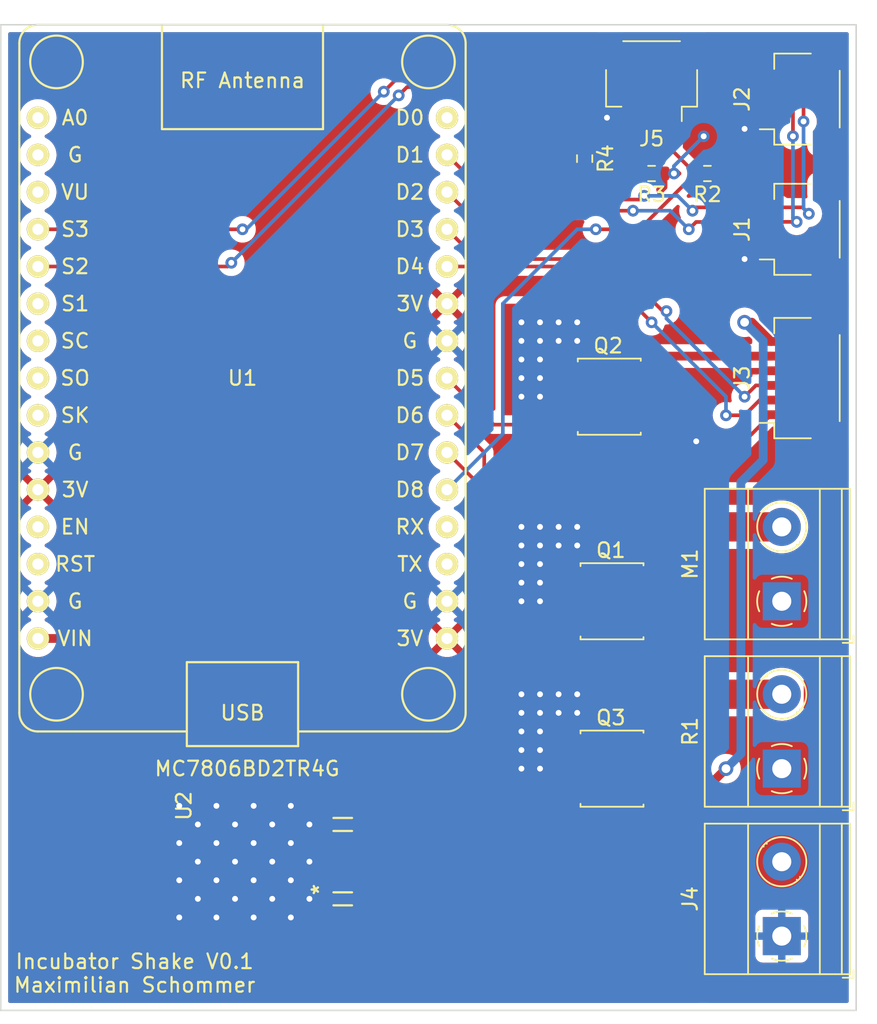
<source format=kicad_pcb>
(kicad_pcb (version 20210424) (generator pcbnew)
  (layers (0 "F.Cu" signal) (31 "B.Cu" signal) (34 "B.Paste" user) (35 "F.Paste" user) (36 "B.SilkS" user "B.Silkscreen") (37 "F.SilkS" user "F.Silkscreen") (38 "B.Mask" user) (39 "F.Mask" user) (44 "Edge.Cuts" user))
  (net 0 "")
  (net 1 "/SCL")
  (net 2 "/SDA")
  (net 3 "+3V3")
  (net 4 "GND")
  (net 5 "+6V")
  (net 6 "/BTN")
  (net 7 "/ENC_1")
  (net 8 "/ENC_2")
  (net 9 "+12V")
  (net 10 "Net-(M1-Pad2)")
  (net 11 "/F_CTRL")
  (net 12 "/M_CTRL")
  (net 13 "/H_CTRL")
  (net 14 "Net-(Q3-Pad5)")
  (net 18 "/BTN_ENC_2")
  (net 19 "/BTN_ENC_1")
  (net 29 "Net-(J3-Pad5)")
  (footprint "Package_TO_SOT_SMD:LFPAK56" (layer "F.Cu") (at 149.675 99.06)
    (fp_text reference "Q2" (at -0.245 -3.48) (layer "F.SilkS"))
    (fp_text value "PSMN6R0-25YLB,115")
    (fp_line (start -2.315 2.6) (end 1.985 2.6) (layer "F.SilkS") (width 0.12))
    (fp_line (start 1.985 -2.45) (end 1.985 -2.6) (layer "F.SilkS") (width 0.12))
    (fp_line (start -2.315 -2.6) (end -2.315 -2.4) (layer "F.SilkS") (width 0.12))
    (fp_line (start -2.315 2.4) (end -2.315 2.6) (layer "F.SilkS") (width 0.12))
    (fp_line (start 1.985 2.6) (end 1.985 2.45) (layer "F.SilkS") (width 0.12))
    (fp_line (start 1.985 -2.6) (end -2.315 -2.6) (layer "F.SilkS") (width 0.12))
    (pad "1" smd rect locked (at -2.835 -1.91 270) (size 0.7 1.15) (layers "F.Cu" "F.Paste" "F.Mask") (net 4 "GND"))
    (pad "2" smd rect locked (at -2.835 -0.64 270) (size 0.7 1.15) (layers "F.Cu" "F.Paste" "F.Mask") (net 4 "GND"))
    (pad "3" smd rect locked (at -2.835 0.64 270) (size 0.7 1.15) (layers "F.Cu" "F.Paste" "F.Mask") (net 4 "GND"))
    (pad "4" smd rect locked (at -2.835 1.91 270) (size 0.7 1.15) (layers "F.Cu" "F.Paste" "F.Mask") (net 12 "/M_CTRL"))
    (pad "5" smd custom locked (at 0.435 0) (size 3.3 4.2) (layers "F.Cu" "F.Mask") (net 29 "Net-(J3-Pad5)") (options (clearance outline) (anchor rect)) (primitives (gr_poly (pts (xy 1.425 -2.35) (xy 2.975 -2.35) (xy 2.975 2.35) (xy 1.425 2.35)) (width 0) (fill yes))))
  )
  (footprint "Resistor_SMD:R_0603_1608Metric" (layer "F.Cu") (at 152.4 83.82 180)
    (fp_text reference "R3" (at 0 -1.43) (layer "F.SilkS"))
    (fp_text value "10k")
    (fp_line (start -0.237258 0.5225) (end 0.237258 0.5225) (layer "F.SilkS") (width 0.12))
    (fp_line (start -0.237258 -0.5225) (end 0.237258 -0.5225) (layer "F.SilkS") (width 0.12))
    (pad "1" smd roundrect locked (at -0.825 0 180) (size 0.8 0.95) (layers "F.Cu" "F.Paste" "F.Mask") (net 3 "+3V3"))
    (pad "2" smd roundrect locked (at 0.825 0 180) (size 0.8 0.95) (layers "F.Cu" "F.Paste" "F.Mask") (net 18 "/BTN_ENC_2"))
  )
  (footprint "Package_TO_SOT_SMD:LFPAK56" (layer "F.Cu") (at 149.86 113.03)
    (fp_text reference "Q1" (at -0.245 -3.48) (layer "F.SilkS"))
    (fp_text value "PSMN6R0-25YLB,115")
    (fp_line (start 1.985 -2.6) (end -2.315 -2.6) (layer "F.SilkS") (width 0.12))
    (fp_line (start -2.315 2.4) (end -2.315 2.6) (layer "F.SilkS") (width 0.12))
    (fp_line (start -2.315 -2.6) (end -2.315 -2.4) (layer "F.SilkS") (width 0.12))
    (fp_line (start 1.985 -2.45) (end 1.985 -2.6) (layer "F.SilkS") (width 0.12))
    (fp_line (start 1.985 2.6) (end 1.985 2.45) (layer "F.SilkS") (width 0.12))
    (fp_line (start -2.315 2.6) (end 1.985 2.6) (layer "F.SilkS") (width 0.12))
    (pad "1" smd rect locked (at -2.835 -1.91 270) (size 0.7 1.15) (layers "F.Cu" "F.Paste" "F.Mask") (net 4 "GND"))
    (pad "2" smd rect locked (at -2.835 -0.64 270) (size 0.7 1.15) (layers "F.Cu" "F.Paste" "F.Mask") (net 4 "GND"))
    (pad "3" smd rect locked (at -2.835 0.64 270) (size 0.7 1.15) (layers "F.Cu" "F.Paste" "F.Mask") (net 4 "GND"))
    (pad "4" smd rect locked (at -2.835 1.91 270) (size 0.7 1.15) (layers "F.Cu" "F.Paste" "F.Mask") (net 11 "/F_CTRL"))
    (pad "5" smd custom locked (at 0.435 0) (size 3.3 4.2) (layers "F.Cu" "F.Mask") (net 10 "Net-(M1-Pad2)") (options (clearance outline) (anchor rect)) (primitives (gr_poly (pts (xy 1.425 -2.35) (xy 2.975 -2.35) (xy 2.975 2.35) (xy 1.425 2.35)) (width 0) (fill yes))))
  )
  (footprint "Resistor_SMD:R_0603_1608Metric" (layer "F.Cu") (at 147.828 82.804 -90)
    (fp_text reference "R4" (at 0 -1.43 90) (layer "F.SilkS"))
    (fp_text value "10k")
    (fp_line (start -0.237258 -0.5225) (end 0.237258 -0.5225) (layer "F.SilkS") (width 0.12))
    (fp_line (start -0.237258 0.5225) (end 0.237258 0.5225) (layer "F.SilkS") (width 0.12))
    (pad "1" smd roundrect locked (at -0.825 0 270) (size 0.8 0.95) (layers "F.Cu" "F.Paste" "F.Mask") (net 3 "+3V3"))
    (pad "2" smd roundrect locked (at 0.825 0 270) (size 0.8 0.95) (layers "F.Cu" "F.Paste" "F.Mask") (net 19 "/BTN_ENC_1"))
  )
  (footprint "Custom:NodeMCU1.0(12-E)" (layer "F.Cu") (at 124.46 97.79)
    (fp_text reference "U1" (at 0 0) (layer "F.SilkS"))
    (fp_text value "NodeMCU_1.0_(ESP-12E)")
    (fp_text user "TX" (at 11.43 12.7) (layer "F.SilkS"))
    (fp_text user "D8" (at 11.43 7.62) (layer "F.SilkS"))
    (fp_text user "RST" (at -11.43 12.7) (layer "F.SilkS"))
    (fp_text user "D0" (at 11.43 -17.78) (layer "F.SilkS"))
    (fp_text user "G" (at -11.43 15.24) (layer "F.SilkS"))
    (fp_text user "3V" (at 11.43 -5.08) (layer "F.SilkS"))
    (fp_text user "S3" (at -11.43 -10.16) (layer "F.SilkS"))
    (fp_text user "USB" (at 0 22.86) (layer "F.SilkS"))
    (fp_text user "RF Antenna" (at 0 -20.32) (layer "F.SilkS"))
    (fp_text user "3V" (at -11.43 7.62) (layer "F.SilkS"))
    (fp_text user "SO" (at -11.43 0) (layer "F.SilkS"))
    (fp_text user "SC" (at -11.43 -2.54) (layer "F.SilkS"))
    (fp_text user "G" (at 11.43 -2.54) (layer "F.SilkS"))
    (fp_text user "VIN" (at -11.43 17.78) (layer "F.SilkS"))
    (fp_text user "D6" (at 11.43 2.54) (layer "F.SilkS"))
    (fp_text user "D1" (at 11.43 -15.24) (layer "F.SilkS"))
    (fp_text user "VU" (at -11.43 -12.7) (layer "F.SilkS"))
    (fp_text user "G" (at 11.43 15.24) (layer "F.SilkS"))
    (fp_text user "3V" (at 11.43 17.78) (layer "F.SilkS"))
    (fp_text user "S1" (at -11.43 -5.08) (layer "F.SilkS"))
    (fp_text user "A0" (at -11.43 -17.78) (layer "F.SilkS"))
    (fp_text user "D3" (at 11.43 -10.16) (layer "F.SilkS"))
    (fp_text user "EN" (at -11.43 10.16) (layer "F.SilkS"))
    (fp_text user "D2" (at 11.43 -12.7) (layer "F.SilkS"))
    (fp_text user "D5" (at 11.43 0) (layer "F.SilkS"))
    (fp_text user "G" (at -11.43 -15.24) (layer "F.SilkS"))
    (fp_text user "S2" (at -11.43 -7.62) (layer "F.SilkS"))
    (fp_text user "SK" (at -11.43 2.54) (layer "F.SilkS"))
    (fp_text user "G" (at -11.43 5.08) (layer "F.SilkS"))
    (fp_text user "RX" (at 11.43 10.16) (layer "F.SilkS"))
    (fp_text user "D7" (at 11.43 5.08) (layer "F.SilkS"))
    (fp_text user "D4" (at 11.43 -7.62) (layer "F.SilkS"))
    (fp_line (start 3.8 19.4) (end 3.8 25.13) (layer "F.SilkS") (width 0.15))
    (fp_line (start 5.5 -24.13) (end 5.5 -17) (layer "F.SilkS") (width 0.15))
    (fp_line (start 13.98 24.13) (end 3.81 24.13) (layer "F.SilkS") (width 0.15))
    (fp_line (start -5.5 -17) (end -5.5 -24.13) (layer "F.SilkS") (width 0.15))
    (fp_line (start -3.8 24.13) (end -13.97 24.13) (layer "F.SilkS") (width 0.15))
    (fp_line (start 3.8 25.13) (end -3.8 25.13) (layer "F.SilkS") (width 0.15))
    (fp_line (start -3.8 19.4) (end 3.8 19.4) (layer "F.SilkS") (width 0.15))
    (fp_line (start 15.24 -22.86) (end 15.24 22.86) (layer "F.SilkS") (width 0.15))
    (fp_line (start 13.97 -24.13) (end -13.97 -24.13) (layer "F.SilkS") (width 0.15))
    (fp_line (start 5.5 -17) (end -5.5 -17) (layer "F.SilkS") (width 0.15))
    (fp_line (start -3.8 25.13) (end -3.8 19.4) (layer "F.SilkS") (width 0.15))
    (fp_line (start -15.24 -22.86) (end -15.24 22.86) (layer "F.SilkS") (width 0.15))
    (fp_arc (start -13.97 -22.86) (end -15.24 -22.86) (angle 90) (layer "F.SilkS") (width 0.15))
    (fp_arc (start 13.97 22.86) (end 15.24 22.86) (angle 90) (layer "F.SilkS") (width 0.15))
    (fp_arc (start 13.97 -22.86) (end 13.97 -24.13) (angle 90) (layer "F.SilkS") (width 0.15))
    (fp_arc (start -13.97 22.86) (end -13.97 24.13) (angle 90) (layer "F.SilkS") (width 0.15))
    (fp_circle (center -12.7 -21.59) (end -11.43 -22.86) (layer "F.SilkS") (width 0.15) (fill none))
    (fp_circle (center 12.7 -21.59) (end 13.97 -22.86) (layer "F.SilkS") (width 0.15) (fill none))
    (fp_circle (center 12.7 21.59) (end 13.97 20.32) (layer "F.SilkS") (width 0.15) (fill none))
    (fp_circle (center -12.7 21.59) (end -11.43 20.32) (layer "F.SilkS") (width 0.15) (fill none))
    (pad "1" thru_hole circle locked (at -13.97 -17.78) (size 1.524 1.524) (drill 0.762) (layers *.Cu *.Mask "F.SilkS"))
    (pad "2" thru_hole circle locked (at -13.97 -15.24) (size 1.524 1.524) (drill 0.762) (layers *.Cu *.Mask "F.SilkS"))
    (pad "3" thru_hole circle locked (at -13.97 -12.7) (size 1.524 1.524) (drill 0.762) (layers *.Cu *.Mask "F.SilkS"))
    (pad "4" thru_hole circle locked (at -13.97 -10.16) (size 1.524 1.524) (drill 0.762) (layers *.Cu *.Mask "F.SilkS") (net 19 "/BTN_ENC_1"))
    (pad "5" thru_hole circle locked (at -13.97 -7.62) (size 1.524 1.524) (drill 0.762) (layers *.Cu *.Mask "F.SilkS") (net 18 "/BTN_ENC_2"))
    (pad "6" thru_hole circle locked (at -13.97 -5.08) (size 1.524 1.524) (drill 0.762) (layers *.Cu *.Mask "F.SilkS"))
    (pad "7" thru_hole circle locked (at -13.97 -2.54) (size 1.524 1.524) (drill 0.762) (layers *.Cu *.Mask "F.SilkS"))
    (pad "8" thru_hole circle locked (at -13.97 0) (size 1.524 1.524) (drill 0.762) (layers *.Cu *.Mask "F.SilkS"))
    (pad "9" thru_hole circle locked (at -13.97 2.54) (size 1.524 1.524) (drill 0.762) (layers *.Cu *.Mask "F.SilkS"))
    (pad "10" thru_hole circle locked (at -13.97 5.08) (size 1.524 1.524) (drill 0.762) (layers *.Cu *.Mask "F.SilkS") (net 4 "GND"))
    (pad "11" thru_hole circle locked (at -13.97 7.62) (size 1.524 1.524) (drill 0.762) (layers *.Cu *.Mask "F.SilkS") (net 3 "+3V3"))
    (pad "12" thru_hole circle locked (at -13.97 10.16) (size 1.524 1.524) (drill 0.762) (layers *.Cu *.Mask "F.SilkS"))
    (pad "13" thru_hole circle locked (at -13.97 12.7) (size 1.524 1.524) (drill 0.762) (layers *.Cu *.Mask "F.SilkS"))
    (pad "14" thru_hole circle locked (at -13.97 15.24) (size 1.524 1.524) (drill 0.762) (layers *.Cu *.Mask "F.SilkS") (net 4 "GND"))
    (pad "15" thru_hole circle locked (at -13.97 17.78) (size 1.524 1.524) (drill 0.762) (layers *.Cu *.Mask "F.SilkS") (net 5 "+6V"))
    (pad "16" thru_hole circle locked (at 13.97 17.78) (size 1.524 1.524) (drill 0.762) (layers *.Cu *.Mask "F.SilkS") (net 3 "+3V3"))
    (pad "17" thru_hole circle locked (at 13.97 15.24) (size 1.524 1.524) (drill 0.762) (layers *.Cu *.Mask "F.SilkS") (net 4 "GND"))
    (pad "18" thru_hole circle locked (at 13.97 12.7) (size 1.524 1.524) (drill 0.762) (layers *.Cu *.Mask "F.SilkS"))
    (pad "19" thru_hole circle locked (at 13.97 10.16) (size 1.524 1.524) (drill 0.762) (layers *.Cu *.Mask "F.SilkS"))
    (pad "20" thru_hole circle locked (at 13.97 7.62) (size 1.524 1.524) (drill 0.762) (layers *.Cu *.Mask "F.SilkS") (net 6 "/BTN"))
    (pad "21" thru_hole circle locked (at 13.97 5.08) (size 1.524 1.524) (drill 0.762) (layers *.Cu *.Mask "F.SilkS") (net 13 "/H_CTRL"))
    (pad "22" thru_hole circle locked (at 13.97 2.54) (size 1.524 1.524) (drill 0.762) (layers *.Cu *.Mask "F.SilkS") (net 11 "/F_CTRL"))
    (pad "23" thru_hole circle locked (at 13.97 0) (size 1.524 1.524) (drill 0.762) (layers *.Cu *.Mask "F.SilkS") (net 12 "/M_CTRL"))
    (pad "24" thru_hole circle locked (at 13.97 -2.54) (size 1.524 1.524) (drill 0.762) (layers *.Cu *.Mask "F.SilkS") (net 4 "GND"))
    (pad "25" thru_hole circle locked (at 13.97 -5.08) (size 1.524 1.524) (drill 0.762) (layers *.Cu *.Mask "F.SilkS") (net 3 "+3V3"))
    (pad "26" thru_hole circle locked (at 13.97 -7.62) (size 1.524 1.524) (drill 0.762) (layers *.Cu *.Mask "F.SilkS") (net 8 "/ENC_2"))
    (pad "27" thru_hole circle locked (at 13.97 -10.16) (size 1.524 1.524) (drill 0.762) (layers *.Cu *.Mask "F.SilkS") (net 7 "/ENC_1"))
    (pad "28" thru_hole circle locked (at 13.97 -12.7) (size 1.524 1.524) (drill 0.762) (layers *.Cu *.Mask "F.SilkS") (net 2 "/SDA"))
    (pad "29" thru_hole circle locked (at 13.97 -15.24) (size 1.524 1.524) (drill 0.762) (layers *.Cu *.Mask "F.SilkS") (net 1 "/SCL"))
    (pad "30" thru_hole circle locked (at 13.97 -17.78) (size 1.524 1.524) (drill 0.762) (layers *.Cu *.Mask "F.SilkS"))
  )
  (footprint "Resistor_SMD:R_0603_1608Metric" (layer "F.Cu") (at 156.21 83.82 180)
    (fp_text reference "R2" (at 0 -1.43) (layer "F.SilkS"))
    (fp_text value "10k")
    (fp_line (start -0.237258 0.5225) (end 0.237258 0.5225) (layer "F.SilkS") (width 0.12))
    (fp_line (start -0.237258 -0.5225) (end 0.237258 -0.5225) (layer "F.SilkS") (width 0.12))
    (pad "1" smd roundrect locked (at -0.825 0 180) (size 0.8 0.95) (layers "F.Cu" "F.Paste" "F.Mask") (net 3 "+3V3"))
    (pad "2" smd roundrect locked (at 0.825 0 180) (size 0.8 0.95) (layers "F.Cu" "F.Paste" "F.Mask") (net 6 "/BTN"))
  )
  (footprint "Package_TO_SOT_SMD:LFPAK56" (layer "F.Cu") (at 149.86 124.46)
    (fp_text reference "Q3" (at -0.245 -3.48) (layer "F.SilkS"))
    (fp_text value "PSMN6R0-25YLB,115")
    (fp_line (start -2.315 2.4) (end -2.315 2.6) (layer "F.SilkS") (width 0.12))
    (fp_line (start 1.985 -2.45) (end 1.985 -2.6) (layer "F.SilkS") (width 0.12))
    (fp_line (start -2.315 2.6) (end 1.985 2.6) (layer "F.SilkS") (width 0.12))
    (fp_line (start 1.985 2.6) (end 1.985 2.45) (layer "F.SilkS") (width 0.12))
    (fp_line (start -2.315 -2.6) (end -2.315 -2.4) (layer "F.SilkS") (width 0.12))
    (fp_line (start 1.985 -2.6) (end -2.315 -2.6) (layer "F.SilkS") (width 0.12))
    (pad "1" smd rect locked (at -2.835 -1.91 270) (size 0.7 1.15) (layers "F.Cu" "F.Paste" "F.Mask") (net 4 "GND"))
    (pad "2" smd rect locked (at -2.835 -0.64 270) (size 0.7 1.15) (layers "F.Cu" "F.Paste" "F.Mask") (net 4 "GND"))
    (pad "3" smd rect locked (at -2.835 0.64 270) (size 0.7 1.15) (layers "F.Cu" "F.Paste" "F.Mask") (net 4 "GND"))
    (pad "4" smd rect locked (at -2.835 1.91 270) (size 0.7 1.15) (layers "F.Cu" "F.Paste" "F.Mask") (net 13 "/H_CTRL"))
    (pad "5" smd custom locked (at 0.435 0) (size 3.3 4.2) (layers "F.Cu" "F.Mask") (net 14 "Net-(Q3-Pad5)") (options (clearance outline) (anchor rect)) (primitives (gr_poly (pts (xy 1.425 -2.35) (xy 2.975 -2.35) (xy 2.975 2.35) (xy 1.425 2.35)) (width 0) (fill yes))))
  )
  (footprint "TerminalBlock_Phoenix:TerminalBlock_Phoenix_MKDS-1,5-2-5.08_1x02_P5.08mm_Horizontal" (layer "F.Cu") (at 161.29 113.03 90)
    (fp_text reference "M1" (at 2.54 -6.26 90) (layer "F.SilkS"))
    (fp_text value "Fan")
    (fp_line (start -2.6 2.6) (end 7.68 2.6) (layer "F.SilkS") (width 0.12))
    (fp_line (start -2.84 4.9) (end -2.34 4.9) (layer "F.SilkS") (width 0.12))
    (fp_line (start -2.6 -2.301) (end 7.68 -2.301) (layer "F.SilkS") (width 0.12))
    (fp_line (start -2.6 -5.261) (end 7.68 -5.261) (layer "F.SilkS") (width 0.12))
    (fp_line (start 6.355 -1.069) (end 6.308 -1.023) (layer "F.SilkS") (width 0.12))
    (fp_line (start 7.68 -5.261) (end 7.68 4.66) (layer "F.SilkS") (width 0.12))
    (fp_line (start -2.6 4.66) (end 7.68 4.66) (layer "F.SilkS") (width 0.12))
    (fp_line (start -2.6 4.1) (end 7.68 4.1) (layer "F.SilkS") (width 0.12))
    (fp_line (start -2.6 -5.261) (end -2.6 4.66) (layer "F.SilkS") (width 0.12))
    (fp_line (start 4.046 1.239) (end 4.011 1.274) (layer "F.SilkS") (width 0.12))
    (fp_line (start 6.15 -1.275) (end 6.115 -1.239) (layer "F.SilkS") (width 0.12))
    (fp_line (start -2.84 4.16) (end -2.84 4.9) (layer "F.SilkS") (width 0.12))
    (fp_line (start 3.853 1.023) (end 3.806 1.069) (layer "F.SilkS") (width 0.12))
    (fp_arc (start 0 0) (end 0.684 -1.535) (angle -48) (layer "F.SilkS") (width 0.12))
    (fp_arc (start 0 0) (end 0 1.68) (angle -24) (layer "F.SilkS") (width 0.12))
    (fp_arc (start 0 0) (end -0.684 1.535) (angle -25) (layer "F.SilkS") (width 0.12))
    (fp_arc (start 0 0) (end -1.535 -0.684) (angle -48) (layer "F.SilkS") (width 0.12))
    (fp_arc (start 0 0) (end 1.535 0.684) (angle -48) (layer "F.SilkS") (width 0.12))
    (fp_circle (center 5.08 0) (end 6.76 0) (layer "F.SilkS") (width 0.12) (fill none))
    (pad "1" thru_hole rect locked (at 0 0 90) (size 2.6 2.6) (drill 1.3) (layers *.Cu *.Mask) (net 9 "+12V"))
    (pad "2" thru_hole circle locked (at 5.08 0 90) (size 2.6 2.6) (drill 1.3) (layers *.Cu *.Mask) (net 10 "Net-(M1-Pad2)"))
  )
  (footprint "Connector_JST:JST_SH_SM04B-SRSS-TB_1x04-1MP_P1.00mm_Horizontal" (layer "F.Cu") (at 162.56 87.63 90)
    (fp_text reference "J1" (at 0 -3.98 90) (layer "F.SilkS"))
    (fp_text value "Conn_01x04_Male")
    (fp_line (start -1.94 2.685) (end 1.94 2.685) (layer "F.SilkS") (width 0.12))
    (fp_line (start -3.11 0.715) (end -3.11 -1.785) (layer "F.SilkS") (width 0.12))
    (fp_line (start 3.11 -1.785) (end 2.06 -1.785) (layer "F.SilkS") (width 0.12))
    (fp_line (start -3.11 -1.785) (end -2.06 -1.785) (layer "F.SilkS") (width 0.12))
    (fp_line (start -2.06 -1.785) (end -2.06 -2.775) (layer "F.SilkS") (width 0.12))
    (fp_line (start 3.11 0.715) (end 3.11 -1.785) (layer "F.SilkS") (width 0.12))
    (pad "1" smd roundrect locked (at -1.5 -2 90) (size 0.6 1.55) (layers "F.Cu" "F.Paste" "F.Mask") (net 4 "GND"))
    (pad "2" smd roundrect locked (at -0.5 -2 90) (size 0.6 1.55) (layers "F.Cu" "F.Paste" "F.Mask") (net 3 "+3V3"))
    (pad "3" smd roundrect locked (at 0.5 -2 90) (size 0.6 1.55) (layers "F.Cu" "F.Paste" "F.Mask") (net 2 "/SDA"))
    (pad "4" smd roundrect locked (at 1.5 -2 90) (size 0.6 1.55) (layers "F.Cu" "F.Paste" "F.Mask") (net 1 "/SCL"))
    (pad "MP" smd roundrect locked (at 2.8 1.875 90) (size 1.2 1.8) (layers "F.Cu" "F.Paste" "F.Mask") (roundrect_rratio 0.208333))
    (pad "MP" smd roundrect locked (at -2.8 1.875 90) (size 1.2 1.8) (layers "F.Cu" "F.Paste" "F.Mask") (roundrect_rratio 0.208333))
  )
  (footprint "Connector_JST:JST_SH_SM04B-SRSS-TB_1x04-1MP_P1.00mm_Horizontal" (layer "F.Cu") (at 162.56 78.74 90)
    (fp_text reference "J2" (at 0 -3.98 90) (layer "F.SilkS"))
    (fp_text value "Conn_01x04_Male")
    (fp_line (start -2.06 -1.785) (end -2.06 -2.775) (layer "F.SilkS") (width 0.12))
    (fp_line (start -3.11 -1.785) (end -2.06 -1.785) (layer "F.SilkS") (width 0.12))
    (fp_line (start -1.94 2.685) (end 1.94 2.685) (layer "F.SilkS") (width 0.12))
    (fp_line (start -3.11 0.715) (end -3.11 -1.785) (layer "F.SilkS") (width 0.12))
    (fp_line (start 3.11 0.715) (end 3.11 -1.785) (layer "F.SilkS") (width 0.12))
    (fp_line (start 3.11 -1.785) (end 2.06 -1.785) (layer "F.SilkS") (width 0.12))
    (pad "1" smd roundrect locked (at -1.5 -2 90) (size 0.6 1.55) (layers "F.Cu" "F.Paste" "F.Mask") (net 4 "GND"))
    (pad "2" smd roundrect locked (at -0.5 -2 90) (size 0.6 1.55) (layers "F.Cu" "F.Paste" "F.Mask") (net 3 "+3V3"))
    (pad "3" smd roundrect locked (at 0.5 -2 90) (size 0.6 1.55) (layers "F.Cu" "F.Paste" "F.Mask") (net 2 "/SDA"))
    (pad "4" smd roundrect locked (at 1.5 -2 90) (size 0.6 1.55) (layers "F.Cu" "F.Paste" "F.Mask") (net 1 "/SCL"))
    (pad "MP" smd roundrect locked (at -2.8 1.875 90) (size 1.2 1.8) (layers "F.Cu" "F.Paste" "F.Mask") (roundrect_rratio 0.208333))
    (pad "MP" smd roundrect locked (at 2.8 1.875 90) (size 1.2 1.8) (layers "F.Cu" "F.Paste" "F.Mask") (roundrect_rratio 0.208333))
  )
  (footprint "TerminalBlock_Phoenix:TerminalBlock_Phoenix_MKDS-1,5-2-5.08_1x02_P5.08mm_Horizontal" (layer "F.Cu") (at 161.29 124.46 90)
    (fp_text reference "R1" (at 2.54 -6.26 90) (layer "F.SilkS"))
    (fp_text value "Heater")
    (fp_line (start -2.6 -5.261) (end 7.68 -5.261) (layer "F.SilkS") (width 0.12))
    (fp_line (start -2.6 2.6) (end 7.68 2.6) (layer "F.SilkS") (width 0.12))
    (fp_line (start -2.6 4.66) (end 7.68 4.66) (layer "F.SilkS") (width 0.12))
    (fp_line (start -2.84 4.9) (end -2.34 4.9) (layer "F.SilkS") (width 0.12))
    (fp_line (start -2.6 4.1) (end 7.68 4.1) (layer "F.SilkS") (width 0.12))
    (fp_line (start 3.853 1.023) (end 3.806 1.069) (layer "F.SilkS") (width 0.12))
    (fp_line (start 7.68 -5.261) (end 7.68 4.66) (layer "F.SilkS") (width 0.12))
    (fp_line (start -2.84 4.16) (end -2.84 4.9) (layer "F.SilkS") (width 0.12))
    (fp_line (start 6.355 -1.069) (end 6.308 -1.023) (layer "F.SilkS") (width 0.12))
    (fp_line (start -2.6 -5.261) (end -2.6 4.66) (layer "F.SilkS") (width 0.12))
    (fp_line (start -2.6 -2.301) (end 7.68 -2.301) (layer "F.SilkS") (width 0.12))
    (fp_line (start 6.15 -1.275) (end 6.115 -1.239) (layer "F.SilkS") (width 0.12))
    (fp_line (start 4.046 1.239) (end 4.011 1.274) (layer "F.SilkS") (width 0.12))
    (fp_arc (start 0 0) (end 0 1.68) (angle -24) (layer "F.SilkS") (width 0.12))
    (fp_arc (start 0 0) (end -0.684 1.535) (angle -25) (layer "F.SilkS") (width 0.12))
    (fp_arc (start 0 0) (end 0.684 -1.535) (angle -48) (layer "F.SilkS") (width 0.12))
    (fp_arc (start 0 0) (end 1.535 0.684) (angle -48) (layer "F.SilkS") (width 0.12))
    (fp_arc (start 0 0) (end -1.535 -0.684) (angle -48) (layer "F.SilkS") (width 0.12))
    (fp_circle (center 5.08 0) (end 6.76 0) (layer "F.SilkS") (width 0.12) (fill none))
    (pad "1" thru_hole rect locked (at 0 0 90) (size 2.6 2.6) (drill 1.3) (layers *.Cu *.Mask) (net 9 "+12V"))
    (pad "2" thru_hole circle locked (at 5.08 0 90) (size 2.6 2.6) (drill 1.3) (layers *.Cu *.Mask) (net 14 "Net-(Q3-Pad5)"))
  )
  (footprint "TerminalBlock_Phoenix:TerminalBlock_Phoenix_MKDS-1,5-2-5.08_1x02_P5.08mm_Horizontal" (layer "F.Cu") (at 161.29 135.895 90)
    (fp_text reference "J4" (at 2.54 -6.26 90) (layer "F.SilkS"))
    (fp_text value "Screw_Terminal_01x02")
    (fp_line (start 6.15 -1.275) (end 6.115 -1.239) (layer "F.SilkS") (width 0.12))
    (fp_line (start 7.68 -5.261) (end 7.68 4.66) (layer "F.SilkS") (width 0.12))
    (fp_line (start -2.6 4.1) (end 7.68 4.1) (layer "F.SilkS") (width 0.12))
    (fp_line (start 3.853 1.023) (end 3.806 1.069) (layer "F.SilkS") (width 0.12))
    (fp_line (start -2.6 -2.301) (end 7.68 -2.301) (layer "F.SilkS") (width 0.12))
    (fp_line (start -2.84 4.16) (end -2.84 4.9) (layer "F.SilkS") (width 0.12))
    (fp_line (start 4.046 1.239) (end 4.011 1.274) (layer "F.SilkS") (width 0.12))
    (fp_line (start -2.6 -5.261) (end -2.6 4.66) (layer "F.SilkS") (width 0.12))
    (fp_line (start -2.6 4.66) (end 7.68 4.66) (layer "F.SilkS") (width 0.12))
    (fp_line (start 6.355 -1.069) (end 6.308 -1.023) (layer "F.SilkS") (width 0.12))
    (fp_line (start -2.6 -5.261) (end 7.68 -5.261) (layer "F.SilkS") (width 0.12))
    (fp_line (start -2.6 2.6) (end 7.68 2.6) (layer "F.SilkS") (width 0.12))
    (fp_line (start -2.84 4.9) (end -2.34 4.9) (layer "F.SilkS") (width 0.12))
    (fp_arc (start 0 0) (end 1.535 0.684) (angle -48) (layer "F.SilkS") (width 0.12))
    (fp_arc (start 0 0) (end 0.684 -1.535) (angle -48) (layer "F.SilkS") (width 0.12))
    (fp_arc (start 0 0) (end -0.684 1.535) (angle -25) (layer "F.SilkS") (width 0.12))
    (fp_arc (start 0 0) (end 0 1.68) (angle -24) (layer "F.SilkS") (width 0.12))
    (fp_arc (start 0 0) (end -1.535 -0.684) (angle -48) (layer "F.SilkS") (width 0.12))
    (fp_circle (center 5.08 0) (end 6.76 0) (layer "F.SilkS") (width 0.12) (fill none))
    (pad "1" thru_hole rect locked (at 0 0 90) (size 2.6 2.6) (drill 1.3) (layers *.Cu *.Mask) (net 4 "GND"))
    (pad "2" thru_hole circle locked (at 5.08 0 90) (size 2.6 2.6) (drill 1.3) (layers *.Cu *.Mask) (net 9 "+12V"))
  )
  (footprint "Connector_JST:JST_SH_SM06B-SRSS-TB_1x06-1MP_P1.00mm_Horizontal" (layer "F.Cu") (at 162.56 97.79 90)
    (fp_text reference "J3" (at 0 -3.98 90) (layer "F.SilkS"))
    (fp_text value "Conn_01x06_Male")
    (fp_line (start -3.06 -1.785) (end -3.06 -2.775) (layer "F.SilkS") (width 0.12))
    (fp_line (start -4.11 -1.785) (end -3.06 -1.785) (layer "F.SilkS") (width 0.12))
    (fp_line (start -4.11 0.715) (end -4.11 -1.785) (layer "F.SilkS") (width 0.12))
    (fp_line (start -2.94 2.685) (end 2.94 2.685) (layer "F.SilkS") (width 0.12))
    (fp_line (start 4.11 0.715) (end 4.11 -1.785) (layer "F.SilkS") (width 0.12))
    (fp_line (start 4.11 -1.785) (end 3.06 -1.785) (layer "F.SilkS") (width 0.12))
    (pad "1" smd roundrect locked (at -2.5 -2 90) (size 0.6 1.55) (layers "F.Cu" "F.Paste" "F.Mask") (net 4 "GND"))
    (pad "2" smd roundrect locked (at -1.5 -2 90) (size 0.6 1.55) (layers "F.Cu" "F.Paste" "F.Mask") (net 8 "/ENC_2"))
    (pad "3" smd roundrect locked (at -0.5 -2 90) (size 0.6 1.55) (layers "F.Cu" "F.Paste" "F.Mask") (net 7 "/ENC_1"))
    (pad "4" smd roundrect locked (at 0.5 -2 90) (size 0.6 1.55) (layers "F.Cu" "F.Paste" "F.Mask") (net 3 "+3V3"))
    (pad "5" smd roundrect locked (at 1.5 -2 90) (size 0.6 1.55) (layers "F.Cu" "F.Paste" "F.Mask") (net 29 "Net-(J3-Pad5)"))
    (pad "6" smd roundrect locked (at 2.5 -2 90) (size 0.6 1.55) (layers "F.Cu" "F.Paste" "F.Mask") (net 5 "+6V"))
    (pad "MP" smd roundrect locked (at -3.8 1.875 90) (size 1.2 1.8) (layers "F.Cu" "F.Paste" "F.Mask") (roundrect_rratio 0.208333))
    (pad "MP" smd roundrect locked (at 3.8 1.875 90) (size 1.2 1.8) (layers "F.Cu" "F.Paste" "F.Mask") (roundrect_rratio 0.208333))
  )
  (footprint "Connector_JST:JST_SH_SM04B-SRSS-TB_1x04-1MP_P1.00mm_Horizontal" (layer "F.Cu") (at 152.4 77.47 180)
    (fp_text reference "J5" (at 0 -3.98) (layer "F.SilkS"))
    (fp_text value "Conn_01x04_Male")
    (fp_line (start -3.11 0.715) (end -3.11 -1.785) (layer "F.SilkS") (width 0.12))
    (fp_line (start 3.11 0.715) (end 3.11 -1.785) (layer "F.SilkS") (width 0.12))
    (fp_line (start -2.06 -1.785) (end -2.06 -2.775) (layer "F.SilkS") (width 0.12))
    (fp_line (start -1.94 2.685) (end 1.94 2.685) (layer "F.SilkS") (width 0.12))
    (fp_line (start 3.11 -1.785) (end 2.06 -1.785) (layer "F.SilkS") (width 0.12))
    (fp_line (start -3.11 -1.785) (end -2.06 -1.785) (layer "F.SilkS") (width 0.12))
    (pad "1" smd roundrect locked (at -1.5 -2 180) (size 0.6 1.55) (layers "F.Cu" "F.Paste" "F.Mask") (net 6 "/BTN"))
    (pad "2" smd roundrect locked (at -0.5 -2 180) (size 0.6 1.55) (layers "F.Cu" "F.Paste" "F.Mask") (net 18 "/BTN_ENC_2"))
    (pad "3" smd roundrect locked (at 0.5 -2 180) (size 0.6 1.55) (layers "F.Cu" "F.Paste" "F.Mask") (net 19 "/BTN_ENC_1"))
    (pad "4" smd roundrect locked (at 1.5 -2 180) (size 0.6 1.55) (layers "F.Cu" "F.Paste" "F.Mask") (net 4 "GND"))
    (pad "MP" smd roundrect locked (at -2.8 1.875 180) (size 1.2 1.8) (layers "F.Cu" "F.Paste" "F.Mask") (roundrect_rratio 0.208333))
    (pad "MP" smd roundrect locked (at 2.8 1.875 180) (size 1.2 1.8) (layers "F.Cu" "F.Paste" "F.Mask") (roundrect_rratio 0.208333))
  )
  (footprint "Custom:MC7806BD2TR4G" (layer "F.Cu") (at 124.7775 130.81 90)
    (fp_text reference "U2" (at 3.81 -4.318 90) (layer "F.SilkS"))
    (fp_text value "MC7806BD2TR4G" (at 6.35 0 180) (layer "F.SilkS"))
    (fp_text user "*" (at -1.905 4.953 90) (layer "F.SilkS"))
    (fp_text user "*" (at -1.905 4.953 90) (layer "F.SilkS"))
    (fp_line (start 2.0955 5.89534) (end 2.0955 7.1628) (layer "F.SilkS") (width 0.1524))
    (fp_line (start -2.0955 5.89534) (end -2.0955 7.1628) (layer "F.SilkS") (width 0.1524))
    (fp_line (start 2.9845 5.89534) (end 2.9845 7.1628) (layer "F.SilkS") (width 0.1524))
    (fp_line (start -2.9845 5.89534) (end -2.9845 7.1628) (layer "F.SilkS") (width 0.1524))
    (pad "1" smd rect locked (at -2.54 9.271 90) (size 0.9398 3.5052) (layers "F.Cu" "F.Paste" "F.Mask") (net 9 "+12V"))
    (pad "2" smd rect locked (at 0 0 90) (size 10.033 11.1252) (layers "F.Cu" "F.Paste" "F.Mask") (net 4 "GND"))
    (pad "3" smd rect locked (at 2.54 9.271 90) (size 0.9398 3.5052) (layers "F.Cu" "F.Paste" "F.Mask") (net 5 "+6V"))
  )
  (gr_rect (start 107.95 73.66) (end 166.37 140.97) (layer "Edge.Cuts") (width 0.1) (fill none))
  (gr_text "Incubator Shake V0.1\nMaximilian Schommer" (at 117.094 138.43) (layer "F.SilkS") (effects (font (size 1 1))))
  (segment (start 155.194 86.36) (end 155.424 86.13) (width 0.25) (layer "F.Cu") (net 1))
  (segment (start 151.638 85.598) (end 151.892 85.344) (width 0.25) (layer "F.Cu") (net 1))
  (segment (start 150.368 85.598) (end 151.638 85.598) (width 0.25) (layer "F.Cu") (net 1))
  (segment (start 160.56 86.13) (end 162.70006 86.13) (width 0.25) (layer "F.Cu") (net 1))
  (segment (start 162.7765 80.264) (end 162.7765 78.6815) (width 0.25) (layer "F.Cu") (net 1))
  (segment (start 161.335 77.24) (end 160.56 77.24) (width 0.25) (layer "F.Cu") (net 1))
  (segment (start 140.97 85.09) (end 141.478 85.598) (width 0.25) (layer "F.Cu") (net 1))
  (segment (start 155.424 86.13) (end 160.56 86.13) (width 0.25) (layer "F.Cu") (net 1))
  (segment (start 141.478 85.598) (end 150.368 85.598) (width 0.25) (layer "F.Cu") (net 1))
  (segment (start 138.43 82.55) (end 140.97 85.09) (width 0.25) (layer "F.Cu") (net 1))
  (segment (start 162.70006 86.13) (end 163.137636 86.567576) (width 0.25) (layer "F.Cu") (net 1))
  (segment (start 162.7765 78.6815) (end 161.335 77.24) (width 0.25) (layer "F.Cu") (net 1))
  (via (at 162.7765 80.264) (size 0.8) (drill 0.4) (layers "F.Cu" "B.Cu") (net 1))
  (via (at 163.137636 86.567576) (size 0.8) (drill 0.4) (layers "F.Cu" "B.Cu") (net 1))
  (via (at 155.194 86.36) (size 0.8) (drill 0.4) (layers "F.Cu" "B.Cu") (net 1))
  (via (at 151.892 85.344) (size 0.8) (drill 0.4) (layers "F.Cu" "B.Cu") (net 1))
  (segment (start 163.137636 86.567576) (end 162.7765 86.20644) (width 0.25) (layer "B.Cu") (net 1))
  (segment (start 154.178 85.344) (end 155.194 86.36) (width 0.25) (layer "B.Cu") (net 1))
  (segment (start 162.7765 86.20644) (end 162.7765 80.264) (width 0.25) (layer "B.Cu") (net 1))
  (segment (start 151.892 85.344) (end 154.178 85.344) (width 0.25) (layer "B.Cu") (net 1))
  (segment (start 155.44 87.13) (end 154.94 87.63) (width 0.25) (layer "F.Cu") (net 2))
  (segment (start 160.56 78.24) (end 161.335 78.24) (width 0.25) (layer "F.Cu") (net 2))
  (segment (start 162.052 78.957) (end 162.052 81.28) (width 0.25) (layer "F.Cu") (net 2))
  (segment (start 160.568 87.122) (end 160.56 87.13) (width 0.25) (layer "F.Cu") (net 2))
  (segment (start 151.13 86.36) (end 139.7 86.36) (width 0.25) (layer "F.Cu") (net 2))
  (segment (start 161.335 78.24) (end 162.052 78.957) (width 0.25) (layer "F.Cu") (net 2))
  (segment (start 162.306 87.122) (end 160.568 87.122) (width 0.25) (layer "F.Cu") (net 2))
  (segment (start 160.56 87.13) (end 155.44 87.13) (width 0.25) (layer "F.Cu") (net 2))
  (segment (start 139.7 86.36) (end 138.43 85.09) (width 0.25) (layer "F.Cu") (net 2))
  (via (at 162.052 81.28) (size 0.8) (drill 0.4) (layers "F.Cu" "B.Cu") (net 2))
  (via (at 162.306 87.122) (size 0.8) (drill 0.4) (layers "F.Cu" "B.Cu") (net 2))
  (via (at 151.13 86.36) (size 0.8) (drill 0.4) (layers "F.Cu" "B.Cu") (net 2))
  (via (at 154.94 87.63) (size 0.8) (drill 0.4) (layers "F.Cu" "B.Cu") (net 2))
  (segment (start 154.94 87.63) (end 153.67 86.36) (width 0.25) (layer "B.Cu") (net 2))
  (segment (start 162.052 86.868) (end 162.306 87.122) (width 0.25) (layer "B.Cu") (net 2))
  (segment (start 153.67 86.36) (end 151.13 86.36) (width 0.25) (layer "B.Cu") (net 2))
  (segment (start 162.052 81.28) (end 162.052 86.868) (width 0.25) (layer "B.Cu") (net 2))
  (segment (start 153.225 83.82) (end 153.924 83.82) (width 0.25) (layer "F.Cu") (net 3))
  (segment (start 155.956 81.28) (end 157.035 82.359) (width 0.25) (layer "F.Cu") (net 3))
  (segment (start 157.035 82.359) (end 157.035 83.82) (width 0.25) (layer "F.Cu") (net 3))
  (via (at 155.956 81.28) (size 0.8) (drill 0.4) (layers "F.Cu" "B.Cu") (net 3))
  (via (at 153.924 83.82) (size 0.8) (drill 0.4) (layers "F.Cu" "B.Cu") (net 3))
  (segment (start 153.924 83.82) (end 153.924 83.312) (width 0.25) (layer "B.Cu") (net 3))
  (segment (start 153.924 83.312) (end 155.956 81.28) (width 0.25) (layer "B.Cu") (net 3))
  (segment (start 159.282 80.24) (end 158.75 80.772) (width 0.25) (layer "F.Cu") (net 4))
  (segment (start 149.892 79.47) (end 149.352 80.01) (width 0.25) (layer "F.Cu") (net 4))
  (segment (start 160.56 80.24) (end 159.282 80.24) (width 0.25) (layer "F.Cu") (net 4))
  (segment (start 150.9 79.47) (end 149.892 79.47) (width 0.25) (layer "F.Cu") (net 4))
  (segment (start 159.282 89.13) (end 158.75 89.662) (width 0.25) (layer "F.Cu") (net 4))
  (segment (start 160.56 89.13) (end 159.282 89.13) (width 0.25) (layer "F.Cu") (net 4))
  (segment (start 158.742 102.108) (end 155.448 102.108) (width 0.25) (layer "F.Cu") (net 4))
  (segment (start 160.56 100.29) (end 158.742 102.108) (width 0.25) (layer "F.Cu") (net 4))
  (via (at 144.78 99.06) (size 0.8) (drill 0.4) (layers "F.Cu" "B.Cu") (net 4))
  (via (at 143.51 95.25) (size 0.8) (drill 0.4) (layers "F.Cu" "B.Cu") (net 4))
  (via (at 146.05 109.22) (size 0.8) (drill 0.4) (layers "F.Cu" "B.Cu") (net 4))
  (via (at 155.448 102.108) (size 0.8) (drill 0.4) (layers "F.Cu" "B.Cu") (net 4))
  (via (at 120.142 129.54) (size 0.8) (drill 0.4) (layers "F.Cu" "B.Cu") (net 4))
  (via (at 125.222 129.54) (size 0.8) (drill 0.4) (layers "F.Cu" "B.Cu") (net 4))
  (via (at 143.51 124.46) (size 0.8) (drill 0.4) (layers "F.Cu" "B.Cu") (net 4))
  (via (at 144.78 95.25) (size 0.8) (drill 0.4) (layers "F.Cu" "B.Cu") (net 4))
  (via (at 120.142 134.62) (size 0.8) (drill 0.4) (layers "F.Cu" "B.Cu") (net 4))
  (via (at 143.51 110.49) (size 0.8) (drill 0.4) (layers "F.Cu" "B.Cu") (net 4))
  (via (at 143.51 121.92) (size 0.8) (drill 0.4) (layers "F.Cu" "B.Cu") (net 4))
  (via (at 158.75 89.662) (size 0.8) (drill 0.4) (layers "F.Cu" "B.Cu") (net 4))
  (via (at 147.32 120.65) (size 0.8) (drill 0.4) (layers "F.Cu" "B.Cu") (net 4))
  (via (at 126.492 133.35) (size 0.8) (drill 0.4) (layers "F.Cu" "B.Cu") (net 4))
  (via (at 146.05 93.98) (size 0.8) (drill 0.4) (layers "F.Cu" "B.Cu") (net 4))
  (via (at 125.222 132.08) (size 0.8) (drill 0.4) (layers "F.Cu" "B.Cu") (net 4))
  (via (at 144.78 110.49) (size 0.8) (drill 0.4) (layers "F.Cu" "B.Cu") (net 4))
  (via (at 146.05 95.25) (size 0.8) (drill 0.4) (layers "F.Cu" "B.Cu") (net 4))
  (via (at 144.78 107.95) (size 0.8) (drill 0.4) (layers "F.Cu" "B.Cu") (net 4))
  (via (at 144.78 97.79) (size 0.8) (drill 0.4) (layers "F.Cu" "B.Cu") (net 4))
  (via (at 144.78 93.98) (size 0.8) (drill 0.4) (layers "F.Cu" "B.Cu") (net 4))
  (via (at 125.222 134.62) (size 0.8) (drill 0.4) (layers "F.Cu" "B.Cu") (net 4))
  (via (at 143.51 123.19) (size 0.8) (drill 0.4) (layers "F.Cu" "B.Cu") (net 4))
  (via (at 123.952 133.35) (size 0.8) (drill 0.4) (layers "F.Cu" "B.Cu") (net 4))
  (via (at 127.762 129.54) (size 0.8) (drill 0.4) (layers "F.Cu" "B.Cu") (net 4))
  (via (at 144.78 124.46) (size 0.8) (drill 0.4) (layers "F.Cu" "B.Cu") (net 4))
  (via (at 143.51 93.98) (size 0.8) (drill 0.4) (layers "F.Cu" "B.Cu") (net 4))
  (via (at 143.51 99.06) (size 0.8) (drill 0.4) (layers "F.Cu" "B.Cu") (net 4))
  (via (at 121.412 130.81) (size 0.8) (drill 0.4) (layers "F.Cu" "B.Cu") (net 4))
  (via (at 144.78 96.52) (size 0.8) (drill 0.4) (layers "F.Cu" "B.Cu") (net 4))
  (via (at 122.682 129.54) (size 0.8) (drill 0.4) (layers "F.Cu" "B.Cu") (net 4))
  (via (at 127.762 127) (size 0.8) (drill 0.4) (layers "F.Cu" "B.Cu") (net 4))
  (via (at 146.05 120.65) (size 0.8) (drill 0.4) (layers "F.Cu" "B.Cu") (net 4))
  (via (at 129.032 133.35) (size 0.8) (drill 0.4) (layers "F.Cu" "B.Cu") (net 4))
  (via (at 147.32 93.98) (size 0.8) (drill 0.4) (layers "F.Cu" "B.Cu") (net 4))
  (via (at 127.762 134.62) (size 0.8) (drill 0.4) (layers "F.Cu" "B.Cu") (net 4))
  (via (at 143.51 113.03) (size 0.8) (drill 0.4) (layers "F.Cu" "B.Cu") (net 4))
  (via (at 126.492 128.27) (size 0.8) (drill 0.4) (layers "F.Cu" "B.Cu") (net 4))
  (via (at 129.032 130.81) (size 0.8) (drill 0.4) (layers "F.Cu" "B.Cu") (net 4))
  (via (at 147.32 107.95) (size 0.8) (drill 0.4) (layers "F.Cu" "B.Cu") (net 4))
  (via (at 126.492 130.81) (size 0.8) (drill 0.4) (layers "F.Cu" "B.Cu") (net 4))
  (via (at 146.05 119.38) (size 0.8) (drill 0.4) (layers "F.Cu" "B.Cu") (net 4))
  (via (at 143.51 120.65) (size 0.8) (drill 0.4) (layers "F.Cu" "B.Cu") (net 4))
  (via (at 146.05 107.95) (size 0.8) (drill 0.4) (layers "F.Cu" "B.Cu") (net 4))
  (via (at 143.51 96.52) (size 0.8) (drill 0.4) (layers "F.Cu" "B.Cu") (net 4))
  (via (at 143.51 119.38) (size 0.8) (drill 0.4) (layers "F.Cu" "B.Cu") (net 4))
  (via (at 125.222 127) (size 0.8) (drill 0.4) (layers "F.Cu" "B.Cu") (net 4))
  (via (at 144.78 113.03) (size 0.8) (drill 0.4) (layers "F.Cu" "B.Cu") (net 4))
  (via (at 144.78 119.38) (size 0.8) (drill 0.4) (layers "F.Cu" "B.Cu") (net 4))
  (via (at 144.78 109.22) (size 0.8) (drill 0.4) (layers "F.Cu" "B.Cu") (net 4))
  (via (at 120.142 132.08) (size 0.8) (drill 0.4) (layers "F.Cu" "B.Cu") (net 4))
  (via (at 122.682 132.08) (size 0.8) (drill 0.4) (layers "F.Cu" "B.Cu") (net 4))
  (via (at 122.682 134.62) (size 0.8) (drill 0.4) (layers "F.Cu" "B.Cu") (net 4))
  (via (at 122.682 127) (size 0.8) (drill 0.4) (layers "F.Cu" "B.Cu") (net 4))
  (via (at 147.32 95.25) (size 0.8) (drill 0.4) (layers "F.Cu" "B.Cu") (net 4))
  (via (at 144.78 111.76) (size 0.8) (drill 0.4) (layers "F.Cu" "B.Cu") (net 4))
  (via (at 143.51 97.79) (size 0.8) (drill 0.4) (layers "F.Cu" "B.Cu") (net 4))
  (via (at 144.78 120.65) (size 0.8) (drill 0.4) (layers "F.Cu" "B.Cu") (net 4))
  (via (at 121.412 133.35) (size 0.8) (drill 0.4) (layers "F.Cu" "B.Cu") (net 4))
  (via (at 121.412 128.27) (size 0.8) (drill 0.4) (layers "F.Cu" "B.Cu") (net 4))
  (via (at 127.762 132.08) (size 0.8) (drill 0.4) (layers "F.Cu" "B.Cu") (net 4))
  (via (at 143.51 111.76) (size 0.8) (drill 0.4) (layers "F.Cu" "B.Cu") (net 4))
  (via (at 143.51 107.95) (size 0.8) (drill 0.4) (layers "F.Cu" "B.Cu") (net 4))
  (via (at 120.142 127) (size 0.8) (drill 0.4) (layers "F.Cu" "B.Cu") (net 4))
  (via (at 144.78 123.19) (size 0.8) (drill 0.4) (layers "F.Cu" "B.Cu") (net 4))
  (via (at 144.78 121.92) (size 0.8) (drill 0.4) (layers "F.Cu" "B.Cu") (net 4))
  (via (at 123.952 130.81) (size 0.8) (drill 0.4) (layers "F.Cu" "B.Cu") (net 4))
  (via (at 123.952 128.27) (size 0.8) (drill 0.4) (layers "F.Cu" "B.Cu") (net 4))
  (via (at 149.352 80.01) (size 0.8) (drill 0.4) (layers "F.Cu" "B.Cu") (net 4))
  (via (at 158.75 80.772) (size 0.8) (drill 0.4) (layers "F.Cu" "B.Cu") (net 4))
  (via (at 147.32 119.38) (size 0.8) (drill 0.4) (layers "F.Cu" "B.Cu") (net 4))
  (via (at 129.032 128.27) (size 0.8) (drill 0.4) (layers "F.Cu" "B.Cu") (net 4))
  (via (at 147.32 109.22) (size 0.8) (drill 0.4) (layers "F.Cu" "B.Cu") (net 4))
  (via (at 143.51 109.22) (size 0.8) (drill 0.4) (layers "F.Cu" "B.Cu") (net 4))
  (segment (start 159.25 93.98) (end 160.56 95.29) (width 0.6) (layer "F.Cu") (net 5))
  (segment (start 149.86 132.08) (end 137.8585 132.08) (width 0.6) (layer "F.Cu") (net 5))
  (segment (start 157.48 124.46) (end 149.86 132.08) (width 0.6) (layer "F.Cu") (net 5))
  (segment (start 158.75 93.98) (end 159.25 93.98) (width 0.6) (layer "F.Cu") (net 5))
  (segment (start 137.8585 132.08) (end 134.0485 128.27) (width 0.6) (layer "F.Cu") (net 5))
  (segment (start 134.0485 128.27) (end 134.0485 127.6985) (width 0.6) (layer "F.Cu") (net 5))
  (segment (start 121.92 115.57) (end 110.49 115.57) (width 0.6) (layer "F.Cu") (net 5))
  (segment (start 134.0485 127.6985) (end 121.92 115.57) (width 0.6) (layer "F.Cu") (net 5))
  (via (at 157.48 124.46) (size 1) (drill 0.6) (layers "F.Cu" "B.Cu") (net 5))
  (via (at 158.75 93.98) (size 1) (drill 0.6) (layers "F.Cu" "B.Cu") (net 5))
  (segment (start 157.48 124.46) (end 158.496 123.444) (width 0.6) (layer "B.Cu") (net 5))
  (segment (start 158.496 123.444) (end 158.496 104.902) (width 0.6) (layer "B.Cu") (net 5))
  (segment (start 158.496 104.902) (end 160.02 103.378) (width 0.6) (layer "B.Cu") (net 5))
  (segment (start 160.02 103.378) (end 160.02 95.25) (width 0.6) (layer "B.Cu") (net 5))
  (segment (start 160.02 95.25) (end 158.75 93.98) (width 0.6) (layer "B.Cu") (net 5))
  (segment (start 151.575 87.63) (end 148.59 87.63) (width 0.25) (layer "F.Cu") (net 6))
  (segment (start 153.9 79.47) (end 153.9 82.335) (width 0.25) (layer "F.Cu") (net 6))
  (segment (start 153.9 82.335) (end 155.385 83.82) (width 0.25) (layer "F.Cu") (net 6))
  (segment (start 155.385 83.82) (end 151.575 87.63) (width 0.25) (layer "F.Cu") (net 6))
  (via (at 148.59 87.63) (size 0.8) (drill 0.4) (layers "F.Cu" "B.Cu") (net 6))
  (segment (start 147.32 87.63) (end 142.24 92.71) (width 0.25) (layer "B.Cu") (net 6))
  (segment (start 142.24 92.71) (end 142.24 101.6) (width 0.25) (layer "B.Cu") (net 6))
  (segment (start 142.24 101.6) (end 138.43 105.41) (width 0.25) (layer "B.Cu") (net 6))
  (segment (start 148.59 87.63) (end 147.32 87.63) (width 0.25) (layer "B.Cu") (net 6))
  (segment (start 159.52 98.29) (end 158.75 99.06) (width 0.25) (layer "F.Cu") (net 7))
  (segment (start 153.162 93.218) (end 149.606 89.662) (width 0.25) (layer "F.Cu") (net 7))
  (segment (start 140.462 89.662) (end 138.43 87.63) (width 0.25) (layer "F.Cu") (net 7))
  (segment (start 149.606 89.662) (end 140.462 89.662) (width 0.25) (layer "F.Cu") (net 7))
  (segment (start 160.56 98.29) (end 159.52 98.29) (width 0.25) (layer "F.Cu") (net 7))
  (segment (start 153.416 93.218) (end 153.162 93.218) (width 0.25) (layer "F.Cu") (net 7))
  (via (at 158.75 99.06) (size 0.8) (drill 0.4) (layers "F.Cu" "B.Cu") (net 7))
  (via (at 153.416 93.218) (size 0.8) (drill 0.4) (layers "F.Cu" "B.Cu") (net 7))
  (segment (start 153.416 93.218) (end 153.416 93.726) (width 0.25) (layer "B.Cu") (net 7))
  (segment (start 153.416 93.726) (end 158.75 99.06) (width 0.25) (layer "B.Cu") (net 7))
  (segment (start 157.48 100.33) (end 158.745 100.33) (width 0.25) (layer "F.Cu") (net 8))
  (segment (start 158.745 100.33) (end 159.785 99.29) (width 0.25) (layer "F.Cu") (net 8))
  (segment (start 148.59 90.17) (end 152.4 93.98) (width 0.25) (layer "F.Cu") (net 8))
  (segment (start 138.43 90.17) (end 148.59 90.17) (width 0.25) (layer "F.Cu") (net 8))
  (segment (start 159.785 99.29) (end 160.56 99.29) (width 0.25) (layer "F.Cu") (net 8))
  (via (at 157.48 100.33) (size 0.8) (drill 0.4) (layers "F.Cu" "B.Cu") (net 8))
  (via (at 152.4 93.98) (size 0.8) (drill 0.4) (layers "F.Cu" "B.Cu") (net 8))
  (segment (start 157.48 99.06) (end 157.48 100.33) (width 0.25) (layer "B.Cu") (net 8))
  (segment (start 152.4 93.98) (end 157.48 99.06) (width 0.25) (layer "B.Cu") (net 8))
  (segment (start 161.29 124.46) (end 161.29 130.815) (width 2) (layer "F.Cu") (net 9))
  (segment (start 134.62 133.35) (end 134.0485 133.35) (width 0.6) (layer "F.Cu") (net 9))
  (segment (start 154.945 137.16) (end 161.29 130.815) (width 0.6) (layer "F.Cu") (net 9))
  (segment (start 138.43 137.16) (end 134.62 133.35) (width 0.6) (layer "F.Cu") (net 9))
  (segment (start 138.43 137.16) (end 154.945 137.16) (width 0.6) (layer "F.Cu") (net 9))
  (segment (start 163.789511 115.529511) (end 163.789511 121.960489) (width 2) (layer "F.Cu") (net 9))
  (segment (start 163.789511 121.960489) (end 161.29 124.46) (width 2) (layer "F.Cu") (net 9))
  (segment (start 161.29 113.03) (end 163.789511 115.529511) (width 2) (layer "F.Cu") (net 9))
  (segment (start 161.29 107.95) (end 155.375 107.95) (width 2) (layer "F.Cu") (net 10))
  (segment (start 155.375 107.95) (end 150.295 113.03) (width 2) (layer "F.Cu") (net 10))
  (segment (start 147.025 114.94) (end 141.61 114.94) (width 0.25) (layer "F.Cu") (net 11))
  (segment (start 140.97 102.87) (end 138.43 100.33) (width 0.25) (layer "F.Cu") (net 11))
  (segment (start 140.97 114.3) (end 140.97 102.87) (width 0.25) (layer "F.Cu") (net 11))
  (segment (start 141.61 114.94) (end 140.97 114.3) (width 0.25) (layer "F.Cu") (net 11))
  (segment (start 141.61 100.97) (end 138.43 97.79) (width 0.25) (layer "F.Cu") (net 12))
  (segment (start 146.84 100.97) (end 141.61 100.97) (width 0.25) (layer "F.Cu") (net 12))
  (segment (start 140.97 114.935717) (end 140.52048 114.486197) (width 0.25) (layer "F.Cu") (net 13))
  (segment (start 140.52048 104.96048) (end 138.43 102.87) (width 0.25) (layer "F.Cu") (net 13))
  (segment (start 141.61 126.37) (end 140.97 125.73) (width 0.25) (layer "F.Cu") (net 13))
  (segment (start 140.97 125.73) (end 140.97 114.935717) (width 0.25) (layer "F.Cu") (net 13))
  (segment (start 140.52048 114.486197) (end 140.52048 104.96048) (width 0.25) (layer "F.Cu") (net 13))
  (segment (start 147.025 126.37) (end 141.61 126.37) (width 0.25) (layer "F.Cu") (net 13))
  (segment (start 161.29 119.38) (end 155.375 119.38) (width 2) (layer "F.Cu") (net 14))
  (segment (start 155.375 119.38) (end 150.295 124.46) (width 2) (layer "F.Cu") (net 14))
  (segment (start 139.51452 77.91952) (end 146.685 85.09) (width 0.25) (layer "F.Cu") (net 18))
  (segment (start 152.9 79.47) (end 152.9 82.495) (width 0.25) (layer "F.Cu") (net 18))
  (segment (start 152.9 82.495) (end 151.575 83.82) (width 0.25) (layer "F.Cu") (net 18))
  (segment (start 122.555718 90.17) (end 123.444 90.17) (width 0.25) (layer "F.Cu") (net 18))
  (segment (start 150.305 85.09) (end 151.575 83.82) (width 0.25) (layer "F.Cu") (net 18))
  (segment (start 110.49 90.17) (end 122.555718 90.17) (width 0.25) (layer "F.Cu") (net 18))
  (segment (start 123.444 90.17) (end 123.698 89.916) (width 0.25) (layer "F.Cu") (net 18))
  (segment (start 135.128 78.486) (end 135.69448 77.91952) (width 0.25) (layer "F.Cu") (net 18))
  (segment (start 146.685 85.09) (end 150.305 85.09) (width 0.25) (layer "F.Cu") (net 18))
  (segment (start 135.69448 77.91952) (end 139.51452 77.91952) (width 0.25) (layer "F.Cu") (net 18))
  (via (at 135.128 78.486) (size 0.8) (drill 0.4) (layers "F.Cu" "B.Cu") (net 18))
  (via (at 123.698 89.916) (size 0.8) (drill 0.4) (layers "F.Cu" "B.Cu") (net 18))
  (segment (start 123.698 89.916) (end 135.128 78.486) (width 0.25) (layer "B.Cu") (net 18))
  (segment (start 147.765 83.82) (end 146.050718 83.82) (width 0.25) (layer "F.Cu") (net 19))
  (segment (start 149.595 82.55) (end 149.035 82.55) (width 0.25) (layer "F.Cu") (net 19))
  (segment (start 149.035 82.55) (end 147.765 83.82) (width 0.25) (layer "F.Cu") (net 19))
  (segment (start 151.9 80.245) (end 149.595 82.55) (width 0.25) (layer "F.Cu") (net 19))
  (segment (start 134.874 77.47) (end 134.112 78.232) (width 0.25) (layer "F.Cu") (net 19))
  (segment (start 139.700718 77.47) (end 134.874 77.47) (width 0.25) (layer "F.Cu") (net 19))
  (segment (start 124.46 87.63) (end 110.49 87.63) (width 0.25) (layer "F.Cu") (net 19))
  (segment (start 151.9 79.47) (end 151.9 80.245) (width 0.25) (layer "F.Cu") (net 19))
  (segment (start 146.050718 83.82) (end 139.700718 77.47) (width 0.25) (layer "F.Cu") (net 19))
  (via (at 124.46 87.63) (size 0.8) (drill 0.4) (layers "F.Cu" "B.Cu") (net 19))
  (via (at 134.112 78.232) (size 0.8) (drill 0.4) (layers "F.Cu" "B.Cu") (net 19))
  (segment (start 124.714 87.63) (end 124.46 87.63) (width 0.25) (layer "B.Cu") (net 19))
  (segment (start 134.112 78.232) (end 124.714 87.63) (width 0.25) (layer "B.Cu") (net 19))
  (segment (start 160.56 96.29) (end 152.88 96.29) (width 0.6) (layer "F.Cu") (net 29))
  (segment (start 152.88 96.29) (end 150.11 99.06) (width 0.6) (layer "F.Cu") (net 29))
  (segment (start 150.34 99.29) (end 150.11 99.06) (width 0.6) (layer "F.Cu") (net 29))
  (zone (net 4) (net_name "GND") (layer "F.Cu") (priority 1) (connect_pads yes (clearance 0.508)) (min_thickness 0.254) (fill yes (thermal_gap 0.508) (thermal_bridge_width 0.508))
    (polygon (pts (xy 148.59 100.33) (xy 142.24 100.33) (xy 142.24 92.71) (xy 148.59 92.71)))
  )
  (zone (net 4) (net_name "GND") (layer "F.Cu") (priority 1) (connect_pads (clearance 0.508)) (min_thickness 0.254) (fill yes (thermal_gap 0.508) (thermal_bridge_width 0.508))
    (polygon (pts (xy 148.59 125.73) (xy 142.24 125.73) (xy 142.24 118.11) (xy 148.59 118.11)))
  )
  (zone (net 4) (net_name "GND") (layer "F.Cu") (priority 1) (connect_pads (clearance 0.508)) (min_thickness 0.254) (fill yes (thermal_gap 0.508) (thermal_bridge_width 0.508))
    (polygon (pts (xy 148.59 114.3) (xy 142.24 114.3) (xy 142.24 106.68) (xy 148.59 106.68)))
  )
  (zone (net 3) (net_name "+3V3") (layer "F.Cu") (connect_pads (clearance 0.508)) (min_thickness 0.254) (fill yes (thermal_gap 0.508) (thermal_bridge_width 0.508))
    (polygon (pts (xy 166.37 140.97) (xy 107.95 140.97) (xy 107.95 73.66) (xy 166.37 73.66)))
  )
  (zone (net 9) (net_name "+12V") (layer "F.Cu") (priority 1) (connect_pads yes (clearance 0.508)) (min_thickness 0.254) (fill yes (thermal_gap 0.508) (thermal_bridge_width 0.508))
    (polygon (pts (xy 166.37 140.97) (xy 156.21 140.97) (xy 156.21 105.41) (xy 166.37 105.41)))
  )
  (zone (net 4) (net_name "GND") (layer "B.Cu") (connect_pads (clearance 0.508)) (min_thickness 0.254) (fill yes (thermal_gap 0.508) (thermal_bridge_width 0.508))
    (polygon (pts (xy 166.37 140.97) (xy 107.95 140.97) (xy 107.95 73.66) (xy 166.37 73.66)))
  )
)
</source>
